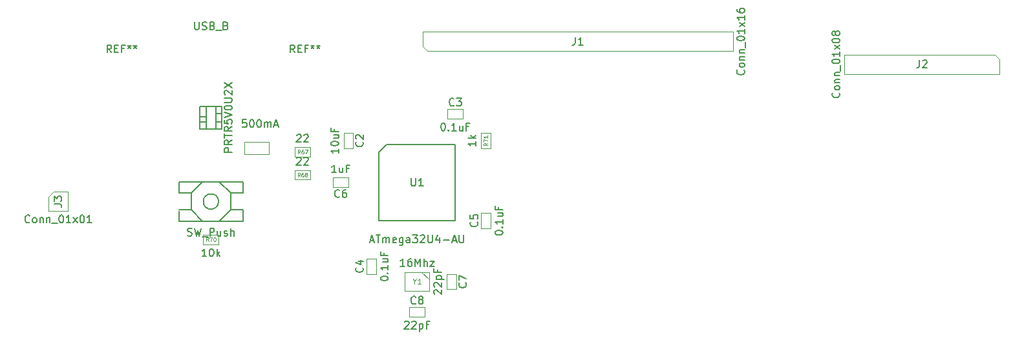
<source format=gbr>
G04 #@! TF.GenerationSoftware,KiCad,Pcbnew,(5.1.2)-1*
G04 #@! TF.CreationDate,2019-05-27T01:23:31-07:00*
G04 #@! TF.ProjectId,ssk-controller,73736b2d-636f-46e7-9472-6f6c6c65722e,rev?*
G04 #@! TF.SameCoordinates,Original*
G04 #@! TF.FileFunction,Other,Fab,Top*
%FSLAX46Y46*%
G04 Gerber Fmt 4.6, Leading zero omitted, Abs format (unit mm)*
G04 Created by KiCad (PCBNEW (5.1.2)-1) date 2019-05-27 01:23:31*
%MOMM*%
%LPD*%
G04 APERTURE LIST*
%ADD10C,0.100000*%
%ADD11C,0.150000*%
%ADD12C,0.075000*%
%ADD13C,0.105000*%
G04 APERTURE END LIST*
D10*
X122600000Y-68800000D02*
X119400000Y-68800000D01*
X119400000Y-68800000D02*
X119400000Y-67200000D01*
X119400000Y-67200000D02*
X122600000Y-67200000D01*
X122600000Y-67200000D02*
X122600000Y-68800000D01*
X143365000Y-55270000D02*
X142730000Y-54635000D01*
X183370000Y-55270000D02*
X143365000Y-55270000D01*
X183370000Y-52730000D02*
X183370000Y-55270000D01*
X142730000Y-52730000D02*
X183370000Y-52730000D01*
X142730000Y-54635000D02*
X142730000Y-52730000D01*
X217635000Y-55730000D02*
X218270000Y-56365000D01*
X197950000Y-55730000D02*
X217635000Y-55730000D01*
X197950000Y-58270000D02*
X197950000Y-55730000D01*
X218270000Y-58270000D02*
X197950000Y-58270000D01*
X218270000Y-56365000D02*
X218270000Y-58270000D01*
X128000000Y-67880000D02*
X128000000Y-69120000D01*
X126000000Y-67880000D02*
X128000000Y-67880000D01*
X126000000Y-69120000D02*
X126000000Y-67880000D01*
X128000000Y-69120000D02*
X126000000Y-69120000D01*
X128000000Y-72120000D02*
X126000000Y-72120000D01*
X126000000Y-72120000D02*
X126000000Y-70880000D01*
X126000000Y-70880000D02*
X128000000Y-70880000D01*
X128000000Y-70880000D02*
X128000000Y-72120000D01*
X114000000Y-79380000D02*
X116000000Y-79380000D01*
X116000000Y-79380000D02*
X116000000Y-80620000D01*
X116000000Y-80620000D02*
X114000000Y-80620000D01*
X114000000Y-80620000D02*
X114000000Y-79380000D01*
X150380000Y-66000000D02*
X151620000Y-66000000D01*
X150380000Y-68000000D02*
X150380000Y-66000000D01*
X151620000Y-68000000D02*
X150380000Y-68000000D01*
X151620000Y-66000000D02*
X151620000Y-68000000D01*
D11*
X117600000Y-73900000D02*
X116100000Y-72400000D01*
X112400000Y-73900000D02*
X113900000Y-72400000D01*
X112400000Y-76100000D02*
X113900000Y-77600000D01*
X117600000Y-76100000D02*
X116100000Y-77600000D01*
X116000000Y-75000000D02*
G75*
G03X116000000Y-75000000I-1000000J0D01*
G01*
X119200000Y-76100000D02*
X119200000Y-77600000D01*
X117600000Y-76100000D02*
X119200000Y-76100000D01*
X117600000Y-73900000D02*
X117600000Y-76100000D01*
X119200000Y-73900000D02*
X117600000Y-73900000D01*
X119200000Y-72400000D02*
X119200000Y-73900000D01*
X110800000Y-72400000D02*
X119200000Y-72400000D01*
X110800000Y-73900000D02*
X110800000Y-72400000D01*
X112400000Y-73900000D02*
X110800000Y-73900000D01*
X112400000Y-76100000D02*
X112400000Y-73900000D01*
X110800000Y-76100000D02*
X112400000Y-76100000D01*
X110800000Y-77600000D02*
X110800000Y-76200000D01*
X119200000Y-77600000D02*
X110800000Y-77600000D01*
X116450000Y-64550000D02*
X115650000Y-64550000D01*
X115650000Y-63450000D02*
X116450000Y-63450000D01*
X113550000Y-64550000D02*
X114350000Y-64550000D01*
X114350000Y-63900000D02*
X113550000Y-63900000D01*
X114350000Y-65450000D02*
X114350000Y-62550000D01*
X115650000Y-62550000D02*
X115650000Y-65450000D01*
X113550000Y-62550000D02*
X116450000Y-62550000D01*
X113550000Y-65450000D02*
X113550000Y-62550000D01*
X116450000Y-65450000D02*
X113550000Y-65450000D01*
X116450000Y-62550000D02*
X116450000Y-65450000D01*
D10*
X143600000Y-85250000D02*
X142600000Y-84250000D01*
X140400000Y-86750000D02*
X143600000Y-86750000D01*
X140400000Y-84250000D02*
X140400000Y-86750000D01*
X143600000Y-84250000D02*
X140400000Y-84250000D01*
X143600000Y-86750000D02*
X143600000Y-84250000D01*
D11*
X137000000Y-68500000D02*
X138000000Y-67500000D01*
X137000000Y-77500000D02*
X137000000Y-68500000D01*
X147000000Y-77500000D02*
X137000000Y-77500000D01*
X147000000Y-67500000D02*
X147000000Y-77500000D01*
X138000000Y-67500000D02*
X147000000Y-67500000D01*
D10*
X133620000Y-66000000D02*
X133620000Y-68000000D01*
X133620000Y-68000000D02*
X132380000Y-68000000D01*
X132380000Y-68000000D02*
X132380000Y-66000000D01*
X132380000Y-66000000D02*
X133620000Y-66000000D01*
X146000000Y-64120000D02*
X146000000Y-62880000D01*
X148000000Y-64120000D02*
X146000000Y-64120000D01*
X148000000Y-62880000D02*
X148000000Y-64120000D01*
X146000000Y-62880000D02*
X148000000Y-62880000D01*
X135380000Y-84500000D02*
X135380000Y-82500000D01*
X135380000Y-82500000D02*
X136620000Y-82500000D01*
X136620000Y-82500000D02*
X136620000Y-84500000D01*
X136620000Y-84500000D02*
X135380000Y-84500000D01*
X151620000Y-78500000D02*
X150380000Y-78500000D01*
X151620000Y-76500000D02*
X151620000Y-78500000D01*
X150380000Y-76500000D02*
X151620000Y-76500000D01*
X150380000Y-78500000D02*
X150380000Y-76500000D01*
X133000000Y-73120000D02*
X131000000Y-73120000D01*
X131000000Y-73120000D02*
X131000000Y-71880000D01*
X131000000Y-71880000D02*
X133000000Y-71880000D01*
X133000000Y-71880000D02*
X133000000Y-73120000D01*
X145880000Y-84500000D02*
X147120000Y-84500000D01*
X145880000Y-86500000D02*
X145880000Y-84500000D01*
X147120000Y-86500000D02*
X145880000Y-86500000D01*
X147120000Y-84500000D02*
X147120000Y-86500000D01*
X141000000Y-88880000D02*
X143000000Y-88880000D01*
X143000000Y-88880000D02*
X143000000Y-90120000D01*
X143000000Y-90120000D02*
X141000000Y-90120000D01*
X141000000Y-90120000D02*
X141000000Y-88880000D01*
X93730000Y-74365000D02*
X94365000Y-73730000D01*
X93730000Y-76270000D02*
X93730000Y-74365000D01*
X96270000Y-76270000D02*
X93730000Y-76270000D01*
X96270000Y-73730000D02*
X96270000Y-76270000D01*
X94365000Y-73730000D02*
X96270000Y-73730000D01*
D11*
X112857142Y-51452380D02*
X112857142Y-52261904D01*
X112904761Y-52357142D01*
X112952380Y-52404761D01*
X113047619Y-52452380D01*
X113238095Y-52452380D01*
X113333333Y-52404761D01*
X113380952Y-52357142D01*
X113428571Y-52261904D01*
X113428571Y-51452380D01*
X113857142Y-52404761D02*
X114000000Y-52452380D01*
X114238095Y-52452380D01*
X114333333Y-52404761D01*
X114380952Y-52357142D01*
X114428571Y-52261904D01*
X114428571Y-52166666D01*
X114380952Y-52071428D01*
X114333333Y-52023809D01*
X114238095Y-51976190D01*
X114047619Y-51928571D01*
X113952380Y-51880952D01*
X113904761Y-51833333D01*
X113857142Y-51738095D01*
X113857142Y-51642857D01*
X113904761Y-51547619D01*
X113952380Y-51500000D01*
X114047619Y-51452380D01*
X114285714Y-51452380D01*
X114428571Y-51500000D01*
X115190476Y-51928571D02*
X115333333Y-51976190D01*
X115380952Y-52023809D01*
X115428571Y-52119047D01*
X115428571Y-52261904D01*
X115380952Y-52357142D01*
X115333333Y-52404761D01*
X115238095Y-52452380D01*
X114857142Y-52452380D01*
X114857142Y-51452380D01*
X115190476Y-51452380D01*
X115285714Y-51500000D01*
X115333333Y-51547619D01*
X115380952Y-51642857D01*
X115380952Y-51738095D01*
X115333333Y-51833333D01*
X115285714Y-51880952D01*
X115190476Y-51928571D01*
X114857142Y-51928571D01*
X115619047Y-52547619D02*
X116380952Y-52547619D01*
X116952380Y-51928571D02*
X117095238Y-51976190D01*
X117142857Y-52023809D01*
X117190476Y-52119047D01*
X117190476Y-52261904D01*
X117142857Y-52357142D01*
X117095238Y-52404761D01*
X117000000Y-52452380D01*
X116619047Y-52452380D01*
X116619047Y-51452380D01*
X116952380Y-51452380D01*
X117047619Y-51500000D01*
X117095238Y-51547619D01*
X117142857Y-51642857D01*
X117142857Y-51738095D01*
X117095238Y-51833333D01*
X117047619Y-51880952D01*
X116952380Y-51928571D01*
X116619047Y-51928571D01*
X119640476Y-64252380D02*
X119164285Y-64252380D01*
X119116666Y-64728571D01*
X119164285Y-64680952D01*
X119259523Y-64633333D01*
X119497619Y-64633333D01*
X119592857Y-64680952D01*
X119640476Y-64728571D01*
X119688095Y-64823809D01*
X119688095Y-65061904D01*
X119640476Y-65157142D01*
X119592857Y-65204761D01*
X119497619Y-65252380D01*
X119259523Y-65252380D01*
X119164285Y-65204761D01*
X119116666Y-65157142D01*
X120307142Y-64252380D02*
X120402380Y-64252380D01*
X120497619Y-64300000D01*
X120545238Y-64347619D01*
X120592857Y-64442857D01*
X120640476Y-64633333D01*
X120640476Y-64871428D01*
X120592857Y-65061904D01*
X120545238Y-65157142D01*
X120497619Y-65204761D01*
X120402380Y-65252380D01*
X120307142Y-65252380D01*
X120211904Y-65204761D01*
X120164285Y-65157142D01*
X120116666Y-65061904D01*
X120069047Y-64871428D01*
X120069047Y-64633333D01*
X120116666Y-64442857D01*
X120164285Y-64347619D01*
X120211904Y-64300000D01*
X120307142Y-64252380D01*
X121259523Y-64252380D02*
X121354761Y-64252380D01*
X121450000Y-64300000D01*
X121497619Y-64347619D01*
X121545238Y-64442857D01*
X121592857Y-64633333D01*
X121592857Y-64871428D01*
X121545238Y-65061904D01*
X121497619Y-65157142D01*
X121450000Y-65204761D01*
X121354761Y-65252380D01*
X121259523Y-65252380D01*
X121164285Y-65204761D01*
X121116666Y-65157142D01*
X121069047Y-65061904D01*
X121021428Y-64871428D01*
X121021428Y-64633333D01*
X121069047Y-64442857D01*
X121116666Y-64347619D01*
X121164285Y-64300000D01*
X121259523Y-64252380D01*
X122021428Y-65252380D02*
X122021428Y-64585714D01*
X122021428Y-64680952D02*
X122069047Y-64633333D01*
X122164285Y-64585714D01*
X122307142Y-64585714D01*
X122402380Y-64633333D01*
X122450000Y-64728571D01*
X122450000Y-65252380D01*
X122450000Y-64728571D02*
X122497619Y-64633333D01*
X122592857Y-64585714D01*
X122735714Y-64585714D01*
X122830952Y-64633333D01*
X122878571Y-64728571D01*
X122878571Y-65252380D01*
X123307142Y-64966666D02*
X123783333Y-64966666D01*
X123211904Y-65252380D02*
X123545238Y-64252380D01*
X123878571Y-65252380D01*
X184787142Y-57738095D02*
X184834761Y-57785714D01*
X184882380Y-57928571D01*
X184882380Y-58023809D01*
X184834761Y-58166666D01*
X184739523Y-58261904D01*
X184644285Y-58309523D01*
X184453809Y-58357142D01*
X184310952Y-58357142D01*
X184120476Y-58309523D01*
X184025238Y-58261904D01*
X183930000Y-58166666D01*
X183882380Y-58023809D01*
X183882380Y-57928571D01*
X183930000Y-57785714D01*
X183977619Y-57738095D01*
X184882380Y-57166666D02*
X184834761Y-57261904D01*
X184787142Y-57309523D01*
X184691904Y-57357142D01*
X184406190Y-57357142D01*
X184310952Y-57309523D01*
X184263333Y-57261904D01*
X184215714Y-57166666D01*
X184215714Y-57023809D01*
X184263333Y-56928571D01*
X184310952Y-56880952D01*
X184406190Y-56833333D01*
X184691904Y-56833333D01*
X184787142Y-56880952D01*
X184834761Y-56928571D01*
X184882380Y-57023809D01*
X184882380Y-57166666D01*
X184215714Y-56404761D02*
X184882380Y-56404761D01*
X184310952Y-56404761D02*
X184263333Y-56357142D01*
X184215714Y-56261904D01*
X184215714Y-56119047D01*
X184263333Y-56023809D01*
X184358571Y-55976190D01*
X184882380Y-55976190D01*
X184215714Y-55500000D02*
X184882380Y-55500000D01*
X184310952Y-55500000D02*
X184263333Y-55452380D01*
X184215714Y-55357142D01*
X184215714Y-55214285D01*
X184263333Y-55119047D01*
X184358571Y-55071428D01*
X184882380Y-55071428D01*
X184977619Y-54833333D02*
X184977619Y-54071428D01*
X183882380Y-53642857D02*
X183882380Y-53547619D01*
X183930000Y-53452380D01*
X183977619Y-53404761D01*
X184072857Y-53357142D01*
X184263333Y-53309523D01*
X184501428Y-53309523D01*
X184691904Y-53357142D01*
X184787142Y-53404761D01*
X184834761Y-53452380D01*
X184882380Y-53547619D01*
X184882380Y-53642857D01*
X184834761Y-53738095D01*
X184787142Y-53785714D01*
X184691904Y-53833333D01*
X184501428Y-53880952D01*
X184263333Y-53880952D01*
X184072857Y-53833333D01*
X183977619Y-53785714D01*
X183930000Y-53738095D01*
X183882380Y-53642857D01*
X184882380Y-52357142D02*
X184882380Y-52928571D01*
X184882380Y-52642857D02*
X183882380Y-52642857D01*
X184025238Y-52738095D01*
X184120476Y-52833333D01*
X184168095Y-52928571D01*
X184882380Y-52023809D02*
X184215714Y-51500000D01*
X184215714Y-52023809D02*
X184882380Y-51500000D01*
X184882380Y-50595238D02*
X184882380Y-51166666D01*
X184882380Y-50880952D02*
X183882380Y-50880952D01*
X184025238Y-50976190D01*
X184120476Y-51071428D01*
X184168095Y-51166666D01*
X183882380Y-49738095D02*
X183882380Y-49928571D01*
X183930000Y-50023809D01*
X183977619Y-50071428D01*
X184120476Y-50166666D01*
X184310952Y-50214285D01*
X184691904Y-50214285D01*
X184787142Y-50166666D01*
X184834761Y-50119047D01*
X184882380Y-50023809D01*
X184882380Y-49833333D01*
X184834761Y-49738095D01*
X184787142Y-49690476D01*
X184691904Y-49642857D01*
X184453809Y-49642857D01*
X184358571Y-49690476D01*
X184310952Y-49738095D01*
X184263333Y-49833333D01*
X184263333Y-50023809D01*
X184310952Y-50119047D01*
X184358571Y-50166666D01*
X184453809Y-50214285D01*
X162716666Y-53452380D02*
X162716666Y-54166666D01*
X162669047Y-54309523D01*
X162573809Y-54404761D01*
X162430952Y-54452380D01*
X162335714Y-54452380D01*
X163716666Y-54452380D02*
X163145238Y-54452380D01*
X163430952Y-54452380D02*
X163430952Y-53452380D01*
X163335714Y-53595238D01*
X163240476Y-53690476D01*
X163145238Y-53738095D01*
X197247142Y-60738095D02*
X197294761Y-60785714D01*
X197342380Y-60928571D01*
X197342380Y-61023809D01*
X197294761Y-61166666D01*
X197199523Y-61261904D01*
X197104285Y-61309523D01*
X196913809Y-61357142D01*
X196770952Y-61357142D01*
X196580476Y-61309523D01*
X196485238Y-61261904D01*
X196390000Y-61166666D01*
X196342380Y-61023809D01*
X196342380Y-60928571D01*
X196390000Y-60785714D01*
X196437619Y-60738095D01*
X197342380Y-60166666D02*
X197294761Y-60261904D01*
X197247142Y-60309523D01*
X197151904Y-60357142D01*
X196866190Y-60357142D01*
X196770952Y-60309523D01*
X196723333Y-60261904D01*
X196675714Y-60166666D01*
X196675714Y-60023809D01*
X196723333Y-59928571D01*
X196770952Y-59880952D01*
X196866190Y-59833333D01*
X197151904Y-59833333D01*
X197247142Y-59880952D01*
X197294761Y-59928571D01*
X197342380Y-60023809D01*
X197342380Y-60166666D01*
X196675714Y-59404761D02*
X197342380Y-59404761D01*
X196770952Y-59404761D02*
X196723333Y-59357142D01*
X196675714Y-59261904D01*
X196675714Y-59119047D01*
X196723333Y-59023809D01*
X196818571Y-58976190D01*
X197342380Y-58976190D01*
X196675714Y-58500000D02*
X197342380Y-58500000D01*
X196770952Y-58500000D02*
X196723333Y-58452380D01*
X196675714Y-58357142D01*
X196675714Y-58214285D01*
X196723333Y-58119047D01*
X196818571Y-58071428D01*
X197342380Y-58071428D01*
X197437619Y-57833333D02*
X197437619Y-57071428D01*
X196342380Y-56642857D02*
X196342380Y-56547619D01*
X196390000Y-56452380D01*
X196437619Y-56404761D01*
X196532857Y-56357142D01*
X196723333Y-56309523D01*
X196961428Y-56309523D01*
X197151904Y-56357142D01*
X197247142Y-56404761D01*
X197294761Y-56452380D01*
X197342380Y-56547619D01*
X197342380Y-56642857D01*
X197294761Y-56738095D01*
X197247142Y-56785714D01*
X197151904Y-56833333D01*
X196961428Y-56880952D01*
X196723333Y-56880952D01*
X196532857Y-56833333D01*
X196437619Y-56785714D01*
X196390000Y-56738095D01*
X196342380Y-56642857D01*
X197342380Y-55357142D02*
X197342380Y-55928571D01*
X197342380Y-55642857D02*
X196342380Y-55642857D01*
X196485238Y-55738095D01*
X196580476Y-55833333D01*
X196628095Y-55928571D01*
X197342380Y-55023809D02*
X196675714Y-54500000D01*
X196675714Y-55023809D02*
X197342380Y-54500000D01*
X196342380Y-53928571D02*
X196342380Y-53833333D01*
X196390000Y-53738095D01*
X196437619Y-53690476D01*
X196532857Y-53642857D01*
X196723333Y-53595238D01*
X196961428Y-53595238D01*
X197151904Y-53642857D01*
X197247142Y-53690476D01*
X197294761Y-53738095D01*
X197342380Y-53833333D01*
X197342380Y-53928571D01*
X197294761Y-54023809D01*
X197247142Y-54071428D01*
X197151904Y-54119047D01*
X196961428Y-54166666D01*
X196723333Y-54166666D01*
X196532857Y-54119047D01*
X196437619Y-54071428D01*
X196390000Y-54023809D01*
X196342380Y-53928571D01*
X196770952Y-53023809D02*
X196723333Y-53119047D01*
X196675714Y-53166666D01*
X196580476Y-53214285D01*
X196532857Y-53214285D01*
X196437619Y-53166666D01*
X196390000Y-53119047D01*
X196342380Y-53023809D01*
X196342380Y-52833333D01*
X196390000Y-52738095D01*
X196437619Y-52690476D01*
X196532857Y-52642857D01*
X196580476Y-52642857D01*
X196675714Y-52690476D01*
X196723333Y-52738095D01*
X196770952Y-52833333D01*
X196770952Y-53023809D01*
X196818571Y-53119047D01*
X196866190Y-53166666D01*
X196961428Y-53214285D01*
X197151904Y-53214285D01*
X197247142Y-53166666D01*
X197294761Y-53119047D01*
X197342380Y-53023809D01*
X197342380Y-52833333D01*
X197294761Y-52738095D01*
X197247142Y-52690476D01*
X197151904Y-52642857D01*
X196961428Y-52642857D01*
X196866190Y-52690476D01*
X196818571Y-52738095D01*
X196770952Y-52833333D01*
X207776666Y-56452380D02*
X207776666Y-57166666D01*
X207729047Y-57309523D01*
X207633809Y-57404761D01*
X207490952Y-57452380D01*
X207395714Y-57452380D01*
X208205238Y-56547619D02*
X208252857Y-56500000D01*
X208348095Y-56452380D01*
X208586190Y-56452380D01*
X208681428Y-56500000D01*
X208729047Y-56547619D01*
X208776666Y-56642857D01*
X208776666Y-56738095D01*
X208729047Y-56880952D01*
X208157619Y-57452380D01*
X208776666Y-57452380D01*
X126238095Y-66297619D02*
X126285714Y-66250000D01*
X126380952Y-66202380D01*
X126619047Y-66202380D01*
X126714285Y-66250000D01*
X126761904Y-66297619D01*
X126809523Y-66392857D01*
X126809523Y-66488095D01*
X126761904Y-66630952D01*
X126190476Y-67202380D01*
X126809523Y-67202380D01*
X127190476Y-66297619D02*
X127238095Y-66250000D01*
X127333333Y-66202380D01*
X127571428Y-66202380D01*
X127666666Y-66250000D01*
X127714285Y-66297619D01*
X127761904Y-66392857D01*
X127761904Y-66488095D01*
X127714285Y-66630952D01*
X127142857Y-67202380D01*
X127761904Y-67202380D01*
D12*
X126678571Y-68726190D02*
X126511904Y-68488095D01*
X126392857Y-68726190D02*
X126392857Y-68226190D01*
X126583333Y-68226190D01*
X126630952Y-68250000D01*
X126654761Y-68273809D01*
X126678571Y-68321428D01*
X126678571Y-68392857D01*
X126654761Y-68440476D01*
X126630952Y-68464285D01*
X126583333Y-68488095D01*
X126392857Y-68488095D01*
X127107142Y-68226190D02*
X127011904Y-68226190D01*
X126964285Y-68250000D01*
X126940476Y-68273809D01*
X126892857Y-68345238D01*
X126869047Y-68440476D01*
X126869047Y-68630952D01*
X126892857Y-68678571D01*
X126916666Y-68702380D01*
X126964285Y-68726190D01*
X127059523Y-68726190D01*
X127107142Y-68702380D01*
X127130952Y-68678571D01*
X127154761Y-68630952D01*
X127154761Y-68511904D01*
X127130952Y-68464285D01*
X127107142Y-68440476D01*
X127059523Y-68416666D01*
X126964285Y-68416666D01*
X126916666Y-68440476D01*
X126892857Y-68464285D01*
X126869047Y-68511904D01*
X127321428Y-68226190D02*
X127654761Y-68226190D01*
X127440476Y-68726190D01*
D11*
X126238095Y-69297619D02*
X126285714Y-69250000D01*
X126380952Y-69202380D01*
X126619047Y-69202380D01*
X126714285Y-69250000D01*
X126761904Y-69297619D01*
X126809523Y-69392857D01*
X126809523Y-69488095D01*
X126761904Y-69630952D01*
X126190476Y-70202380D01*
X126809523Y-70202380D01*
X127190476Y-69297619D02*
X127238095Y-69250000D01*
X127333333Y-69202380D01*
X127571428Y-69202380D01*
X127666666Y-69250000D01*
X127714285Y-69297619D01*
X127761904Y-69392857D01*
X127761904Y-69488095D01*
X127714285Y-69630952D01*
X127142857Y-70202380D01*
X127761904Y-70202380D01*
D12*
X126678571Y-71726190D02*
X126511904Y-71488095D01*
X126392857Y-71726190D02*
X126392857Y-71226190D01*
X126583333Y-71226190D01*
X126630952Y-71250000D01*
X126654761Y-71273809D01*
X126678571Y-71321428D01*
X126678571Y-71392857D01*
X126654761Y-71440476D01*
X126630952Y-71464285D01*
X126583333Y-71488095D01*
X126392857Y-71488095D01*
X127107142Y-71226190D02*
X127011904Y-71226190D01*
X126964285Y-71250000D01*
X126940476Y-71273809D01*
X126892857Y-71345238D01*
X126869047Y-71440476D01*
X126869047Y-71630952D01*
X126892857Y-71678571D01*
X126916666Y-71702380D01*
X126964285Y-71726190D01*
X127059523Y-71726190D01*
X127107142Y-71702380D01*
X127130952Y-71678571D01*
X127154761Y-71630952D01*
X127154761Y-71511904D01*
X127130952Y-71464285D01*
X127107142Y-71440476D01*
X127059523Y-71416666D01*
X126964285Y-71416666D01*
X126916666Y-71440476D01*
X126892857Y-71464285D01*
X126869047Y-71511904D01*
X127440476Y-71440476D02*
X127392857Y-71416666D01*
X127369047Y-71392857D01*
X127345238Y-71345238D01*
X127345238Y-71321428D01*
X127369047Y-71273809D01*
X127392857Y-71250000D01*
X127440476Y-71226190D01*
X127535714Y-71226190D01*
X127583333Y-71250000D01*
X127607142Y-71273809D01*
X127630952Y-71321428D01*
X127630952Y-71345238D01*
X127607142Y-71392857D01*
X127583333Y-71416666D01*
X127535714Y-71440476D01*
X127440476Y-71440476D01*
X127392857Y-71464285D01*
X127369047Y-71488095D01*
X127345238Y-71535714D01*
X127345238Y-71630952D01*
X127369047Y-71678571D01*
X127392857Y-71702380D01*
X127440476Y-71726190D01*
X127535714Y-71726190D01*
X127583333Y-71702380D01*
X127607142Y-71678571D01*
X127630952Y-71630952D01*
X127630952Y-71535714D01*
X127607142Y-71488095D01*
X127583333Y-71464285D01*
X127535714Y-71440476D01*
D11*
X114404761Y-82202380D02*
X113833333Y-82202380D01*
X114119047Y-82202380D02*
X114119047Y-81202380D01*
X114023809Y-81345238D01*
X113928571Y-81440476D01*
X113833333Y-81488095D01*
X115023809Y-81202380D02*
X115119047Y-81202380D01*
X115214285Y-81250000D01*
X115261904Y-81297619D01*
X115309523Y-81392857D01*
X115357142Y-81583333D01*
X115357142Y-81821428D01*
X115309523Y-82011904D01*
X115261904Y-82107142D01*
X115214285Y-82154761D01*
X115119047Y-82202380D01*
X115023809Y-82202380D01*
X114928571Y-82154761D01*
X114880952Y-82107142D01*
X114833333Y-82011904D01*
X114785714Y-81821428D01*
X114785714Y-81583333D01*
X114833333Y-81392857D01*
X114880952Y-81297619D01*
X114928571Y-81250000D01*
X115023809Y-81202380D01*
X115785714Y-82202380D02*
X115785714Y-81202380D01*
X115880952Y-81821428D02*
X116166666Y-82202380D01*
X116166666Y-81535714D02*
X115785714Y-81916666D01*
D12*
X114678571Y-80226190D02*
X114511904Y-79988095D01*
X114392857Y-80226190D02*
X114392857Y-79726190D01*
X114583333Y-79726190D01*
X114630952Y-79750000D01*
X114654761Y-79773809D01*
X114678571Y-79821428D01*
X114678571Y-79892857D01*
X114654761Y-79940476D01*
X114630952Y-79964285D01*
X114583333Y-79988095D01*
X114392857Y-79988095D01*
X114845238Y-79726190D02*
X115178571Y-79726190D01*
X114964285Y-80226190D01*
X115464285Y-79726190D02*
X115511904Y-79726190D01*
X115559523Y-79750000D01*
X115583333Y-79773809D01*
X115607142Y-79821428D01*
X115630952Y-79916666D01*
X115630952Y-80035714D01*
X115607142Y-80130952D01*
X115583333Y-80178571D01*
X115559523Y-80202380D01*
X115511904Y-80226190D01*
X115464285Y-80226190D01*
X115416666Y-80202380D01*
X115392857Y-80178571D01*
X115369047Y-80130952D01*
X115345238Y-80035714D01*
X115345238Y-79916666D01*
X115369047Y-79821428D01*
X115392857Y-79773809D01*
X115416666Y-79750000D01*
X115464285Y-79726190D01*
D11*
X149702380Y-67119047D02*
X149702380Y-67690476D01*
X149702380Y-67404761D02*
X148702380Y-67404761D01*
X148845238Y-67500000D01*
X148940476Y-67595238D01*
X148988095Y-67690476D01*
X149702380Y-66690476D02*
X148702380Y-66690476D01*
X149321428Y-66595238D02*
X149702380Y-66309523D01*
X149035714Y-66309523D02*
X149416666Y-66690476D01*
D12*
X151226190Y-67321428D02*
X150988095Y-67488095D01*
X151226190Y-67607142D02*
X150726190Y-67607142D01*
X150726190Y-67416666D01*
X150750000Y-67369047D01*
X150773809Y-67345238D01*
X150821428Y-67321428D01*
X150892857Y-67321428D01*
X150940476Y-67345238D01*
X150964285Y-67369047D01*
X150988095Y-67416666D01*
X150988095Y-67607142D01*
X150726190Y-67154761D02*
X150726190Y-66821428D01*
X151226190Y-67035714D01*
X151226190Y-66369047D02*
X151226190Y-66654761D01*
X151226190Y-66511904D02*
X150726190Y-66511904D01*
X150797619Y-66559523D01*
X150845238Y-66607142D01*
X150869047Y-66654761D01*
D11*
X111952380Y-79468761D02*
X112095238Y-79516380D01*
X112333333Y-79516380D01*
X112428571Y-79468761D01*
X112476190Y-79421142D01*
X112523809Y-79325904D01*
X112523809Y-79230666D01*
X112476190Y-79135428D01*
X112428571Y-79087809D01*
X112333333Y-79040190D01*
X112142857Y-78992571D01*
X112047619Y-78944952D01*
X112000000Y-78897333D01*
X111952380Y-78802095D01*
X111952380Y-78706857D01*
X112000000Y-78611619D01*
X112047619Y-78564000D01*
X112142857Y-78516380D01*
X112380952Y-78516380D01*
X112523809Y-78564000D01*
X112857142Y-78516380D02*
X113095238Y-79516380D01*
X113285714Y-78802095D01*
X113476190Y-79516380D01*
X113714285Y-78516380D01*
X113857142Y-79611619D02*
X114619047Y-79611619D01*
X114857142Y-79516380D02*
X114857142Y-78516380D01*
X115238095Y-78516380D01*
X115333333Y-78564000D01*
X115380952Y-78611619D01*
X115428571Y-78706857D01*
X115428571Y-78849714D01*
X115380952Y-78944952D01*
X115333333Y-78992571D01*
X115238095Y-79040190D01*
X114857142Y-79040190D01*
X116285714Y-78849714D02*
X116285714Y-79516380D01*
X115857142Y-78849714D02*
X115857142Y-79373523D01*
X115904761Y-79468761D01*
X116000000Y-79516380D01*
X116142857Y-79516380D01*
X116238095Y-79468761D01*
X116285714Y-79421142D01*
X116714285Y-79468761D02*
X116809523Y-79516380D01*
X117000000Y-79516380D01*
X117095238Y-79468761D01*
X117142857Y-79373523D01*
X117142857Y-79325904D01*
X117095238Y-79230666D01*
X117000000Y-79183047D01*
X116857142Y-79183047D01*
X116761904Y-79135428D01*
X116714285Y-79040190D01*
X116714285Y-78992571D01*
X116761904Y-78897333D01*
X116857142Y-78849714D01*
X117000000Y-78849714D01*
X117095238Y-78897333D01*
X117571428Y-79516380D02*
X117571428Y-78516380D01*
X118000000Y-79516380D02*
X118000000Y-78992571D01*
X117952380Y-78897333D01*
X117857142Y-78849714D01*
X117714285Y-78849714D01*
X117619047Y-78897333D01*
X117571428Y-78944952D01*
X117752380Y-68500000D02*
X116752380Y-68500000D01*
X116752380Y-68119047D01*
X116800000Y-68023809D01*
X116847619Y-67976190D01*
X116942857Y-67928571D01*
X117085714Y-67928571D01*
X117180952Y-67976190D01*
X117228571Y-68023809D01*
X117276190Y-68119047D01*
X117276190Y-68500000D01*
X117752380Y-66928571D02*
X117276190Y-67261904D01*
X117752380Y-67500000D02*
X116752380Y-67500000D01*
X116752380Y-67119047D01*
X116800000Y-67023809D01*
X116847619Y-66976190D01*
X116942857Y-66928571D01*
X117085714Y-66928571D01*
X117180952Y-66976190D01*
X117228571Y-67023809D01*
X117276190Y-67119047D01*
X117276190Y-67500000D01*
X116752380Y-66642857D02*
X116752380Y-66071428D01*
X117752380Y-66357142D02*
X116752380Y-66357142D01*
X117752380Y-65166666D02*
X117276190Y-65500000D01*
X117752380Y-65738095D02*
X116752380Y-65738095D01*
X116752380Y-65357142D01*
X116800000Y-65261904D01*
X116847619Y-65214285D01*
X116942857Y-65166666D01*
X117085714Y-65166666D01*
X117180952Y-65214285D01*
X117228571Y-65261904D01*
X117276190Y-65357142D01*
X117276190Y-65738095D01*
X116752380Y-64261904D02*
X116752380Y-64738095D01*
X117228571Y-64785714D01*
X117180952Y-64738095D01*
X117133333Y-64642857D01*
X117133333Y-64404761D01*
X117180952Y-64309523D01*
X117228571Y-64261904D01*
X117323809Y-64214285D01*
X117561904Y-64214285D01*
X117657142Y-64261904D01*
X117704761Y-64309523D01*
X117752380Y-64404761D01*
X117752380Y-64642857D01*
X117704761Y-64738095D01*
X117657142Y-64785714D01*
X116752380Y-63928571D02*
X117752380Y-63595238D01*
X116752380Y-63261904D01*
X116752380Y-62738095D02*
X116752380Y-62642857D01*
X116800000Y-62547619D01*
X116847619Y-62500000D01*
X116942857Y-62452380D01*
X117133333Y-62404761D01*
X117371428Y-62404761D01*
X117561904Y-62452380D01*
X117657142Y-62500000D01*
X117704761Y-62547619D01*
X117752380Y-62642857D01*
X117752380Y-62738095D01*
X117704761Y-62833333D01*
X117657142Y-62880952D01*
X117561904Y-62928571D01*
X117371428Y-62976190D01*
X117133333Y-62976190D01*
X116942857Y-62928571D01*
X116847619Y-62880952D01*
X116800000Y-62833333D01*
X116752380Y-62738095D01*
X116752380Y-61976190D02*
X117561904Y-61976190D01*
X117657142Y-61928571D01*
X117704761Y-61880952D01*
X117752380Y-61785714D01*
X117752380Y-61595238D01*
X117704761Y-61500000D01*
X117657142Y-61452380D01*
X117561904Y-61404761D01*
X116752380Y-61404761D01*
X116847619Y-60976190D02*
X116800000Y-60928571D01*
X116752380Y-60833333D01*
X116752380Y-60595238D01*
X116800000Y-60500000D01*
X116847619Y-60452380D01*
X116942857Y-60404761D01*
X117038095Y-60404761D01*
X117180952Y-60452380D01*
X117752380Y-61023809D01*
X117752380Y-60404761D01*
X116752380Y-60071428D02*
X117752380Y-59404761D01*
X116752380Y-59404761D02*
X117752380Y-60071428D01*
X140380952Y-83502380D02*
X139809523Y-83502380D01*
X140095238Y-83502380D02*
X140095238Y-82502380D01*
X140000000Y-82645238D01*
X139904761Y-82740476D01*
X139809523Y-82788095D01*
X141238095Y-82502380D02*
X141047619Y-82502380D01*
X140952380Y-82550000D01*
X140904761Y-82597619D01*
X140809523Y-82740476D01*
X140761904Y-82930952D01*
X140761904Y-83311904D01*
X140809523Y-83407142D01*
X140857142Y-83454761D01*
X140952380Y-83502380D01*
X141142857Y-83502380D01*
X141238095Y-83454761D01*
X141285714Y-83407142D01*
X141333333Y-83311904D01*
X141333333Y-83073809D01*
X141285714Y-82978571D01*
X141238095Y-82930952D01*
X141142857Y-82883333D01*
X140952380Y-82883333D01*
X140857142Y-82930952D01*
X140809523Y-82978571D01*
X140761904Y-83073809D01*
X141761904Y-83502380D02*
X141761904Y-82502380D01*
X142095238Y-83216666D01*
X142428571Y-82502380D01*
X142428571Y-83502380D01*
X142904761Y-83502380D02*
X142904761Y-82502380D01*
X143333333Y-83502380D02*
X143333333Y-82978571D01*
X143285714Y-82883333D01*
X143190476Y-82835714D01*
X143047619Y-82835714D01*
X142952380Y-82883333D01*
X142904761Y-82930952D01*
X143714285Y-82835714D02*
X144238095Y-82835714D01*
X143714285Y-83502380D01*
X144238095Y-83502380D01*
D13*
X141666666Y-85483333D02*
X141666666Y-85816666D01*
X141433333Y-85116666D02*
X141666666Y-85483333D01*
X141900000Y-85116666D01*
X142500000Y-85816666D02*
X142100000Y-85816666D01*
X142300000Y-85816666D02*
X142300000Y-85116666D01*
X142233333Y-85216666D01*
X142166666Y-85283333D01*
X142100000Y-85316666D01*
D11*
X135857142Y-80116666D02*
X136333333Y-80116666D01*
X135761904Y-80402380D02*
X136095238Y-79402380D01*
X136428571Y-80402380D01*
X136619047Y-79402380D02*
X137190476Y-79402380D01*
X136904761Y-80402380D02*
X136904761Y-79402380D01*
X137523809Y-80402380D02*
X137523809Y-79735714D01*
X137523809Y-79830952D02*
X137571428Y-79783333D01*
X137666666Y-79735714D01*
X137809523Y-79735714D01*
X137904761Y-79783333D01*
X137952380Y-79878571D01*
X137952380Y-80402380D01*
X137952380Y-79878571D02*
X138000000Y-79783333D01*
X138095238Y-79735714D01*
X138238095Y-79735714D01*
X138333333Y-79783333D01*
X138380952Y-79878571D01*
X138380952Y-80402380D01*
X139238095Y-80354761D02*
X139142857Y-80402380D01*
X138952380Y-80402380D01*
X138857142Y-80354761D01*
X138809523Y-80259523D01*
X138809523Y-79878571D01*
X138857142Y-79783333D01*
X138952380Y-79735714D01*
X139142857Y-79735714D01*
X139238095Y-79783333D01*
X139285714Y-79878571D01*
X139285714Y-79973809D01*
X138809523Y-80069047D01*
X140142857Y-79735714D02*
X140142857Y-80545238D01*
X140095238Y-80640476D01*
X140047619Y-80688095D01*
X139952380Y-80735714D01*
X139809523Y-80735714D01*
X139714285Y-80688095D01*
X140142857Y-80354761D02*
X140047619Y-80402380D01*
X139857142Y-80402380D01*
X139761904Y-80354761D01*
X139714285Y-80307142D01*
X139666666Y-80211904D01*
X139666666Y-79926190D01*
X139714285Y-79830952D01*
X139761904Y-79783333D01*
X139857142Y-79735714D01*
X140047619Y-79735714D01*
X140142857Y-79783333D01*
X141047619Y-80402380D02*
X141047619Y-79878571D01*
X141000000Y-79783333D01*
X140904761Y-79735714D01*
X140714285Y-79735714D01*
X140619047Y-79783333D01*
X141047619Y-80354761D02*
X140952380Y-80402380D01*
X140714285Y-80402380D01*
X140619047Y-80354761D01*
X140571428Y-80259523D01*
X140571428Y-80164285D01*
X140619047Y-80069047D01*
X140714285Y-80021428D01*
X140952380Y-80021428D01*
X141047619Y-79973809D01*
X141428571Y-79402380D02*
X142047619Y-79402380D01*
X141714285Y-79783333D01*
X141857142Y-79783333D01*
X141952380Y-79830952D01*
X142000000Y-79878571D01*
X142047619Y-79973809D01*
X142047619Y-80211904D01*
X142000000Y-80307142D01*
X141952380Y-80354761D01*
X141857142Y-80402380D01*
X141571428Y-80402380D01*
X141476190Y-80354761D01*
X141428571Y-80307142D01*
X142428571Y-79497619D02*
X142476190Y-79450000D01*
X142571428Y-79402380D01*
X142809523Y-79402380D01*
X142904761Y-79450000D01*
X142952380Y-79497619D01*
X143000000Y-79592857D01*
X143000000Y-79688095D01*
X142952380Y-79830952D01*
X142380952Y-80402380D01*
X143000000Y-80402380D01*
X143428571Y-79402380D02*
X143428571Y-80211904D01*
X143476190Y-80307142D01*
X143523809Y-80354761D01*
X143619047Y-80402380D01*
X143809523Y-80402380D01*
X143904761Y-80354761D01*
X143952380Y-80307142D01*
X144000000Y-80211904D01*
X144000000Y-79402380D01*
X144904761Y-79735714D02*
X144904761Y-80402380D01*
X144666666Y-79354761D02*
X144428571Y-80069047D01*
X145047619Y-80069047D01*
X145428571Y-80021428D02*
X146190476Y-80021428D01*
X146619047Y-80116666D02*
X147095238Y-80116666D01*
X146523809Y-80402380D02*
X146857142Y-79402380D01*
X147190476Y-80402380D01*
X147523809Y-79402380D02*
X147523809Y-80211904D01*
X147571428Y-80307142D01*
X147619047Y-80354761D01*
X147714285Y-80402380D01*
X147904761Y-80402380D01*
X148000000Y-80354761D01*
X148047619Y-80307142D01*
X148095238Y-80211904D01*
X148095238Y-79402380D01*
X141238095Y-71952380D02*
X141238095Y-72761904D01*
X141285714Y-72857142D01*
X141333333Y-72904761D01*
X141428571Y-72952380D01*
X141619047Y-72952380D01*
X141714285Y-72904761D01*
X141761904Y-72857142D01*
X141809523Y-72761904D01*
X141809523Y-71952380D01*
X142809523Y-72952380D02*
X142238095Y-72952380D01*
X142523809Y-72952380D02*
X142523809Y-71952380D01*
X142428571Y-72095238D01*
X142333333Y-72190476D01*
X142238095Y-72238095D01*
X125966666Y-55452380D02*
X125633333Y-54976190D01*
X125395238Y-55452380D02*
X125395238Y-54452380D01*
X125776190Y-54452380D01*
X125871428Y-54500000D01*
X125919047Y-54547619D01*
X125966666Y-54642857D01*
X125966666Y-54785714D01*
X125919047Y-54880952D01*
X125871428Y-54928571D01*
X125776190Y-54976190D01*
X125395238Y-54976190D01*
X126395238Y-54928571D02*
X126728571Y-54928571D01*
X126871428Y-55452380D02*
X126395238Y-55452380D01*
X126395238Y-54452380D01*
X126871428Y-54452380D01*
X127633333Y-54928571D02*
X127300000Y-54928571D01*
X127300000Y-55452380D02*
X127300000Y-54452380D01*
X127776190Y-54452380D01*
X128300000Y-54452380D02*
X128300000Y-54690476D01*
X128061904Y-54595238D02*
X128300000Y-54690476D01*
X128538095Y-54595238D01*
X128157142Y-54880952D02*
X128300000Y-54690476D01*
X128442857Y-54880952D01*
X129061904Y-54452380D02*
X129061904Y-54690476D01*
X128823809Y-54595238D02*
X129061904Y-54690476D01*
X129300000Y-54595238D01*
X128919047Y-54880952D02*
X129061904Y-54690476D01*
X129204761Y-54880952D01*
X101966666Y-55452380D02*
X101633333Y-54976190D01*
X101395238Y-55452380D02*
X101395238Y-54452380D01*
X101776190Y-54452380D01*
X101871428Y-54500000D01*
X101919047Y-54547619D01*
X101966666Y-54642857D01*
X101966666Y-54785714D01*
X101919047Y-54880952D01*
X101871428Y-54928571D01*
X101776190Y-54976190D01*
X101395238Y-54976190D01*
X102395238Y-54928571D02*
X102728571Y-54928571D01*
X102871428Y-55452380D02*
X102395238Y-55452380D01*
X102395238Y-54452380D01*
X102871428Y-54452380D01*
X103633333Y-54928571D02*
X103300000Y-54928571D01*
X103300000Y-55452380D02*
X103300000Y-54452380D01*
X103776190Y-54452380D01*
X104300000Y-54452380D02*
X104300000Y-54690476D01*
X104061904Y-54595238D02*
X104300000Y-54690476D01*
X104538095Y-54595238D01*
X104157142Y-54880952D02*
X104300000Y-54690476D01*
X104442857Y-54880952D01*
X105061904Y-54452380D02*
X105061904Y-54690476D01*
X104823809Y-54595238D02*
X105061904Y-54690476D01*
X105300000Y-54595238D01*
X104919047Y-54880952D02*
X105061904Y-54690476D01*
X105204761Y-54880952D01*
X131702380Y-68071428D02*
X131702380Y-68642857D01*
X131702380Y-68357142D02*
X130702380Y-68357142D01*
X130845238Y-68452380D01*
X130940476Y-68547619D01*
X130988095Y-68642857D01*
X130702380Y-67452380D02*
X130702380Y-67357142D01*
X130750000Y-67261904D01*
X130797619Y-67214285D01*
X130892857Y-67166666D01*
X131083333Y-67119047D01*
X131321428Y-67119047D01*
X131511904Y-67166666D01*
X131607142Y-67214285D01*
X131654761Y-67261904D01*
X131702380Y-67357142D01*
X131702380Y-67452380D01*
X131654761Y-67547619D01*
X131607142Y-67595238D01*
X131511904Y-67642857D01*
X131321428Y-67690476D01*
X131083333Y-67690476D01*
X130892857Y-67642857D01*
X130797619Y-67595238D01*
X130750000Y-67547619D01*
X130702380Y-67452380D01*
X131035714Y-66261904D02*
X131702380Y-66261904D01*
X131035714Y-66690476D02*
X131559523Y-66690476D01*
X131654761Y-66642857D01*
X131702380Y-66547619D01*
X131702380Y-66404761D01*
X131654761Y-66309523D01*
X131607142Y-66261904D01*
X131178571Y-65452380D02*
X131178571Y-65785714D01*
X131702380Y-65785714D02*
X130702380Y-65785714D01*
X130702380Y-65309523D01*
X134857142Y-67166666D02*
X134904761Y-67214285D01*
X134952380Y-67357142D01*
X134952380Y-67452380D01*
X134904761Y-67595238D01*
X134809523Y-67690476D01*
X134714285Y-67738095D01*
X134523809Y-67785714D01*
X134380952Y-67785714D01*
X134190476Y-67738095D01*
X134095238Y-67690476D01*
X134000000Y-67595238D01*
X133952380Y-67452380D01*
X133952380Y-67357142D01*
X134000000Y-67214285D01*
X134047619Y-67166666D01*
X134047619Y-66785714D02*
X134000000Y-66738095D01*
X133952380Y-66642857D01*
X133952380Y-66404761D01*
X134000000Y-66309523D01*
X134047619Y-66261904D01*
X134142857Y-66214285D01*
X134238095Y-66214285D01*
X134380952Y-66261904D01*
X134952380Y-66833333D01*
X134952380Y-66214285D01*
X145357142Y-64702380D02*
X145452380Y-64702380D01*
X145547619Y-64750000D01*
X145595238Y-64797619D01*
X145642857Y-64892857D01*
X145690476Y-65083333D01*
X145690476Y-65321428D01*
X145642857Y-65511904D01*
X145595238Y-65607142D01*
X145547619Y-65654761D01*
X145452380Y-65702380D01*
X145357142Y-65702380D01*
X145261904Y-65654761D01*
X145214285Y-65607142D01*
X145166666Y-65511904D01*
X145119047Y-65321428D01*
X145119047Y-65083333D01*
X145166666Y-64892857D01*
X145214285Y-64797619D01*
X145261904Y-64750000D01*
X145357142Y-64702380D01*
X146119047Y-65607142D02*
X146166666Y-65654761D01*
X146119047Y-65702380D01*
X146071428Y-65654761D01*
X146119047Y-65607142D01*
X146119047Y-65702380D01*
X147119047Y-65702380D02*
X146547619Y-65702380D01*
X146833333Y-65702380D02*
X146833333Y-64702380D01*
X146738095Y-64845238D01*
X146642857Y-64940476D01*
X146547619Y-64988095D01*
X147976190Y-65035714D02*
X147976190Y-65702380D01*
X147547619Y-65035714D02*
X147547619Y-65559523D01*
X147595238Y-65654761D01*
X147690476Y-65702380D01*
X147833333Y-65702380D01*
X147928571Y-65654761D01*
X147976190Y-65607142D01*
X148785714Y-65178571D02*
X148452380Y-65178571D01*
X148452380Y-65702380D02*
X148452380Y-64702380D01*
X148928571Y-64702380D01*
X146833333Y-62357142D02*
X146785714Y-62404761D01*
X146642857Y-62452380D01*
X146547619Y-62452380D01*
X146404761Y-62404761D01*
X146309523Y-62309523D01*
X146261904Y-62214285D01*
X146214285Y-62023809D01*
X146214285Y-61880952D01*
X146261904Y-61690476D01*
X146309523Y-61595238D01*
X146404761Y-61500000D01*
X146547619Y-61452380D01*
X146642857Y-61452380D01*
X146785714Y-61500000D01*
X146833333Y-61547619D01*
X147166666Y-61452380D02*
X147785714Y-61452380D01*
X147452380Y-61833333D01*
X147595238Y-61833333D01*
X147690476Y-61880952D01*
X147738095Y-61928571D01*
X147785714Y-62023809D01*
X147785714Y-62261904D01*
X147738095Y-62357142D01*
X147690476Y-62404761D01*
X147595238Y-62452380D01*
X147309523Y-62452380D01*
X147214285Y-62404761D01*
X147166666Y-62357142D01*
X137202380Y-85142857D02*
X137202380Y-85047619D01*
X137250000Y-84952380D01*
X137297619Y-84904761D01*
X137392857Y-84857142D01*
X137583333Y-84809523D01*
X137821428Y-84809523D01*
X138011904Y-84857142D01*
X138107142Y-84904761D01*
X138154761Y-84952380D01*
X138202380Y-85047619D01*
X138202380Y-85142857D01*
X138154761Y-85238095D01*
X138107142Y-85285714D01*
X138011904Y-85333333D01*
X137821428Y-85380952D01*
X137583333Y-85380952D01*
X137392857Y-85333333D01*
X137297619Y-85285714D01*
X137250000Y-85238095D01*
X137202380Y-85142857D01*
X138107142Y-84380952D02*
X138154761Y-84333333D01*
X138202380Y-84380952D01*
X138154761Y-84428571D01*
X138107142Y-84380952D01*
X138202380Y-84380952D01*
X138202380Y-83380952D02*
X138202380Y-83952380D01*
X138202380Y-83666666D02*
X137202380Y-83666666D01*
X137345238Y-83761904D01*
X137440476Y-83857142D01*
X137488095Y-83952380D01*
X137535714Y-82523809D02*
X138202380Y-82523809D01*
X137535714Y-82952380D02*
X138059523Y-82952380D01*
X138154761Y-82904761D01*
X138202380Y-82809523D01*
X138202380Y-82666666D01*
X138154761Y-82571428D01*
X138107142Y-82523809D01*
X137678571Y-81714285D02*
X137678571Y-82047619D01*
X138202380Y-82047619D02*
X137202380Y-82047619D01*
X137202380Y-81571428D01*
X134857142Y-83666666D02*
X134904761Y-83714285D01*
X134952380Y-83857142D01*
X134952380Y-83952380D01*
X134904761Y-84095238D01*
X134809523Y-84190476D01*
X134714285Y-84238095D01*
X134523809Y-84285714D01*
X134380952Y-84285714D01*
X134190476Y-84238095D01*
X134095238Y-84190476D01*
X134000000Y-84095238D01*
X133952380Y-83952380D01*
X133952380Y-83857142D01*
X134000000Y-83714285D01*
X134047619Y-83666666D01*
X134285714Y-82809523D02*
X134952380Y-82809523D01*
X133904761Y-83047619D02*
X134619047Y-83285714D01*
X134619047Y-82666666D01*
X152202380Y-79142857D02*
X152202380Y-79047619D01*
X152250000Y-78952380D01*
X152297619Y-78904761D01*
X152392857Y-78857142D01*
X152583333Y-78809523D01*
X152821428Y-78809523D01*
X153011904Y-78857142D01*
X153107142Y-78904761D01*
X153154761Y-78952380D01*
X153202380Y-79047619D01*
X153202380Y-79142857D01*
X153154761Y-79238095D01*
X153107142Y-79285714D01*
X153011904Y-79333333D01*
X152821428Y-79380952D01*
X152583333Y-79380952D01*
X152392857Y-79333333D01*
X152297619Y-79285714D01*
X152250000Y-79238095D01*
X152202380Y-79142857D01*
X153107142Y-78380952D02*
X153154761Y-78333333D01*
X153202380Y-78380952D01*
X153154761Y-78428571D01*
X153107142Y-78380952D01*
X153202380Y-78380952D01*
X153202380Y-77380952D02*
X153202380Y-77952380D01*
X153202380Y-77666666D02*
X152202380Y-77666666D01*
X152345238Y-77761904D01*
X152440476Y-77857142D01*
X152488095Y-77952380D01*
X152535714Y-76523809D02*
X153202380Y-76523809D01*
X152535714Y-76952380D02*
X153059523Y-76952380D01*
X153154761Y-76904761D01*
X153202380Y-76809523D01*
X153202380Y-76666666D01*
X153154761Y-76571428D01*
X153107142Y-76523809D01*
X152678571Y-75714285D02*
X152678571Y-76047619D01*
X153202380Y-76047619D02*
X152202380Y-76047619D01*
X152202380Y-75571428D01*
X149857142Y-77666666D02*
X149904761Y-77714285D01*
X149952380Y-77857142D01*
X149952380Y-77952380D01*
X149904761Y-78095238D01*
X149809523Y-78190476D01*
X149714285Y-78238095D01*
X149523809Y-78285714D01*
X149380952Y-78285714D01*
X149190476Y-78238095D01*
X149095238Y-78190476D01*
X149000000Y-78095238D01*
X148952380Y-77952380D01*
X148952380Y-77857142D01*
X149000000Y-77714285D01*
X149047619Y-77666666D01*
X148952380Y-76761904D02*
X148952380Y-77238095D01*
X149428571Y-77285714D01*
X149380952Y-77238095D01*
X149333333Y-77142857D01*
X149333333Y-76904761D01*
X149380952Y-76809523D01*
X149428571Y-76761904D01*
X149523809Y-76714285D01*
X149761904Y-76714285D01*
X149857142Y-76761904D01*
X149904761Y-76809523D01*
X149952380Y-76904761D01*
X149952380Y-77142857D01*
X149904761Y-77238095D01*
X149857142Y-77285714D01*
X131404761Y-71202380D02*
X130833333Y-71202380D01*
X131119047Y-71202380D02*
X131119047Y-70202380D01*
X131023809Y-70345238D01*
X130928571Y-70440476D01*
X130833333Y-70488095D01*
X132261904Y-70535714D02*
X132261904Y-71202380D01*
X131833333Y-70535714D02*
X131833333Y-71059523D01*
X131880952Y-71154761D01*
X131976190Y-71202380D01*
X132119047Y-71202380D01*
X132214285Y-71154761D01*
X132261904Y-71107142D01*
X133071428Y-70678571D02*
X132738095Y-70678571D01*
X132738095Y-71202380D02*
X132738095Y-70202380D01*
X133214285Y-70202380D01*
X131833333Y-74357142D02*
X131785714Y-74404761D01*
X131642857Y-74452380D01*
X131547619Y-74452380D01*
X131404761Y-74404761D01*
X131309523Y-74309523D01*
X131261904Y-74214285D01*
X131214285Y-74023809D01*
X131214285Y-73880952D01*
X131261904Y-73690476D01*
X131309523Y-73595238D01*
X131404761Y-73500000D01*
X131547619Y-73452380D01*
X131642857Y-73452380D01*
X131785714Y-73500000D01*
X131833333Y-73547619D01*
X132690476Y-73452380D02*
X132500000Y-73452380D01*
X132404761Y-73500000D01*
X132357142Y-73547619D01*
X132261904Y-73690476D01*
X132214285Y-73880952D01*
X132214285Y-74261904D01*
X132261904Y-74357142D01*
X132309523Y-74404761D01*
X132404761Y-74452380D01*
X132595238Y-74452380D01*
X132690476Y-74404761D01*
X132738095Y-74357142D01*
X132785714Y-74261904D01*
X132785714Y-74023809D01*
X132738095Y-73928571D01*
X132690476Y-73880952D01*
X132595238Y-73833333D01*
X132404761Y-73833333D01*
X132309523Y-73880952D01*
X132261904Y-73928571D01*
X132214285Y-74023809D01*
X144297619Y-87142857D02*
X144250000Y-87095238D01*
X144202380Y-87000000D01*
X144202380Y-86761904D01*
X144250000Y-86666666D01*
X144297619Y-86619047D01*
X144392857Y-86571428D01*
X144488095Y-86571428D01*
X144630952Y-86619047D01*
X145202380Y-87190476D01*
X145202380Y-86571428D01*
X144297619Y-86190476D02*
X144250000Y-86142857D01*
X144202380Y-86047619D01*
X144202380Y-85809523D01*
X144250000Y-85714285D01*
X144297619Y-85666666D01*
X144392857Y-85619047D01*
X144488095Y-85619047D01*
X144630952Y-85666666D01*
X145202380Y-86238095D01*
X145202380Y-85619047D01*
X144535714Y-85190476D02*
X145535714Y-85190476D01*
X144583333Y-85190476D02*
X144535714Y-85095238D01*
X144535714Y-84904761D01*
X144583333Y-84809523D01*
X144630952Y-84761904D01*
X144726190Y-84714285D01*
X145011904Y-84714285D01*
X145107142Y-84761904D01*
X145154761Y-84809523D01*
X145202380Y-84904761D01*
X145202380Y-85095238D01*
X145154761Y-85190476D01*
X144678571Y-83952380D02*
X144678571Y-84285714D01*
X145202380Y-84285714D02*
X144202380Y-84285714D01*
X144202380Y-83809523D01*
X148357142Y-85666666D02*
X148404761Y-85714285D01*
X148452380Y-85857142D01*
X148452380Y-85952380D01*
X148404761Y-86095238D01*
X148309523Y-86190476D01*
X148214285Y-86238095D01*
X148023809Y-86285714D01*
X147880952Y-86285714D01*
X147690476Y-86238095D01*
X147595238Y-86190476D01*
X147500000Y-86095238D01*
X147452380Y-85952380D01*
X147452380Y-85857142D01*
X147500000Y-85714285D01*
X147547619Y-85666666D01*
X147452380Y-85333333D02*
X147452380Y-84666666D01*
X148452380Y-85095238D01*
X140357142Y-90797619D02*
X140404761Y-90750000D01*
X140500000Y-90702380D01*
X140738095Y-90702380D01*
X140833333Y-90750000D01*
X140880952Y-90797619D01*
X140928571Y-90892857D01*
X140928571Y-90988095D01*
X140880952Y-91130952D01*
X140309523Y-91702380D01*
X140928571Y-91702380D01*
X141309523Y-90797619D02*
X141357142Y-90750000D01*
X141452380Y-90702380D01*
X141690476Y-90702380D01*
X141785714Y-90750000D01*
X141833333Y-90797619D01*
X141880952Y-90892857D01*
X141880952Y-90988095D01*
X141833333Y-91130952D01*
X141261904Y-91702380D01*
X141880952Y-91702380D01*
X142309523Y-91035714D02*
X142309523Y-92035714D01*
X142309523Y-91083333D02*
X142404761Y-91035714D01*
X142595238Y-91035714D01*
X142690476Y-91083333D01*
X142738095Y-91130952D01*
X142785714Y-91226190D01*
X142785714Y-91511904D01*
X142738095Y-91607142D01*
X142690476Y-91654761D01*
X142595238Y-91702380D01*
X142404761Y-91702380D01*
X142309523Y-91654761D01*
X143547619Y-91178571D02*
X143214285Y-91178571D01*
X143214285Y-91702380D02*
X143214285Y-90702380D01*
X143690476Y-90702380D01*
X141833333Y-88357142D02*
X141785714Y-88404761D01*
X141642857Y-88452380D01*
X141547619Y-88452380D01*
X141404761Y-88404761D01*
X141309523Y-88309523D01*
X141261904Y-88214285D01*
X141214285Y-88023809D01*
X141214285Y-87880952D01*
X141261904Y-87690476D01*
X141309523Y-87595238D01*
X141404761Y-87500000D01*
X141547619Y-87452380D01*
X141642857Y-87452380D01*
X141785714Y-87500000D01*
X141833333Y-87547619D01*
X142404761Y-87880952D02*
X142309523Y-87833333D01*
X142261904Y-87785714D01*
X142214285Y-87690476D01*
X142214285Y-87642857D01*
X142261904Y-87547619D01*
X142309523Y-87500000D01*
X142404761Y-87452380D01*
X142595238Y-87452380D01*
X142690476Y-87500000D01*
X142738095Y-87547619D01*
X142785714Y-87642857D01*
X142785714Y-87690476D01*
X142738095Y-87785714D01*
X142690476Y-87833333D01*
X142595238Y-87880952D01*
X142404761Y-87880952D01*
X142309523Y-87928571D01*
X142261904Y-87976190D01*
X142214285Y-88071428D01*
X142214285Y-88261904D01*
X142261904Y-88357142D01*
X142309523Y-88404761D01*
X142404761Y-88452380D01*
X142595238Y-88452380D01*
X142690476Y-88404761D01*
X142738095Y-88357142D01*
X142785714Y-88261904D01*
X142785714Y-88071428D01*
X142738095Y-87976190D01*
X142690476Y-87928571D01*
X142595238Y-87880952D01*
X91261904Y-77687142D02*
X91214285Y-77734761D01*
X91071428Y-77782380D01*
X90976190Y-77782380D01*
X90833333Y-77734761D01*
X90738095Y-77639523D01*
X90690476Y-77544285D01*
X90642857Y-77353809D01*
X90642857Y-77210952D01*
X90690476Y-77020476D01*
X90738095Y-76925238D01*
X90833333Y-76830000D01*
X90976190Y-76782380D01*
X91071428Y-76782380D01*
X91214285Y-76830000D01*
X91261904Y-76877619D01*
X91833333Y-77782380D02*
X91738095Y-77734761D01*
X91690476Y-77687142D01*
X91642857Y-77591904D01*
X91642857Y-77306190D01*
X91690476Y-77210952D01*
X91738095Y-77163333D01*
X91833333Y-77115714D01*
X91976190Y-77115714D01*
X92071428Y-77163333D01*
X92119047Y-77210952D01*
X92166666Y-77306190D01*
X92166666Y-77591904D01*
X92119047Y-77687142D01*
X92071428Y-77734761D01*
X91976190Y-77782380D01*
X91833333Y-77782380D01*
X92595238Y-77115714D02*
X92595238Y-77782380D01*
X92595238Y-77210952D02*
X92642857Y-77163333D01*
X92738095Y-77115714D01*
X92880952Y-77115714D01*
X92976190Y-77163333D01*
X93023809Y-77258571D01*
X93023809Y-77782380D01*
X93500000Y-77115714D02*
X93500000Y-77782380D01*
X93500000Y-77210952D02*
X93547619Y-77163333D01*
X93642857Y-77115714D01*
X93785714Y-77115714D01*
X93880952Y-77163333D01*
X93928571Y-77258571D01*
X93928571Y-77782380D01*
X94166666Y-77877619D02*
X94928571Y-77877619D01*
X95357142Y-76782380D02*
X95452380Y-76782380D01*
X95547619Y-76830000D01*
X95595238Y-76877619D01*
X95642857Y-76972857D01*
X95690476Y-77163333D01*
X95690476Y-77401428D01*
X95642857Y-77591904D01*
X95595238Y-77687142D01*
X95547619Y-77734761D01*
X95452380Y-77782380D01*
X95357142Y-77782380D01*
X95261904Y-77734761D01*
X95214285Y-77687142D01*
X95166666Y-77591904D01*
X95119047Y-77401428D01*
X95119047Y-77163333D01*
X95166666Y-76972857D01*
X95214285Y-76877619D01*
X95261904Y-76830000D01*
X95357142Y-76782380D01*
X96642857Y-77782380D02*
X96071428Y-77782380D01*
X96357142Y-77782380D02*
X96357142Y-76782380D01*
X96261904Y-76925238D01*
X96166666Y-77020476D01*
X96071428Y-77068095D01*
X96976190Y-77782380D02*
X97500000Y-77115714D01*
X96976190Y-77115714D02*
X97500000Y-77782380D01*
X98071428Y-76782380D02*
X98166666Y-76782380D01*
X98261904Y-76830000D01*
X98309523Y-76877619D01*
X98357142Y-76972857D01*
X98404761Y-77163333D01*
X98404761Y-77401428D01*
X98357142Y-77591904D01*
X98309523Y-77687142D01*
X98261904Y-77734761D01*
X98166666Y-77782380D01*
X98071428Y-77782380D01*
X97976190Y-77734761D01*
X97928571Y-77687142D01*
X97880952Y-77591904D01*
X97833333Y-77401428D01*
X97833333Y-77163333D01*
X97880952Y-76972857D01*
X97928571Y-76877619D01*
X97976190Y-76830000D01*
X98071428Y-76782380D01*
X99357142Y-77782380D02*
X98785714Y-77782380D01*
X99071428Y-77782380D02*
X99071428Y-76782380D01*
X98976190Y-76925238D01*
X98880952Y-77020476D01*
X98785714Y-77068095D01*
X94452380Y-75333333D02*
X95166666Y-75333333D01*
X95309523Y-75380952D01*
X95404761Y-75476190D01*
X95452380Y-75619047D01*
X95452380Y-75714285D01*
X94452380Y-74952380D02*
X94452380Y-74333333D01*
X94833333Y-74666666D01*
X94833333Y-74523809D01*
X94880952Y-74428571D01*
X94928571Y-74380952D01*
X95023809Y-74333333D01*
X95261904Y-74333333D01*
X95357142Y-74380952D01*
X95404761Y-74428571D01*
X95452380Y-74523809D01*
X95452380Y-74809523D01*
X95404761Y-74904761D01*
X95357142Y-74952380D01*
M02*

</source>
